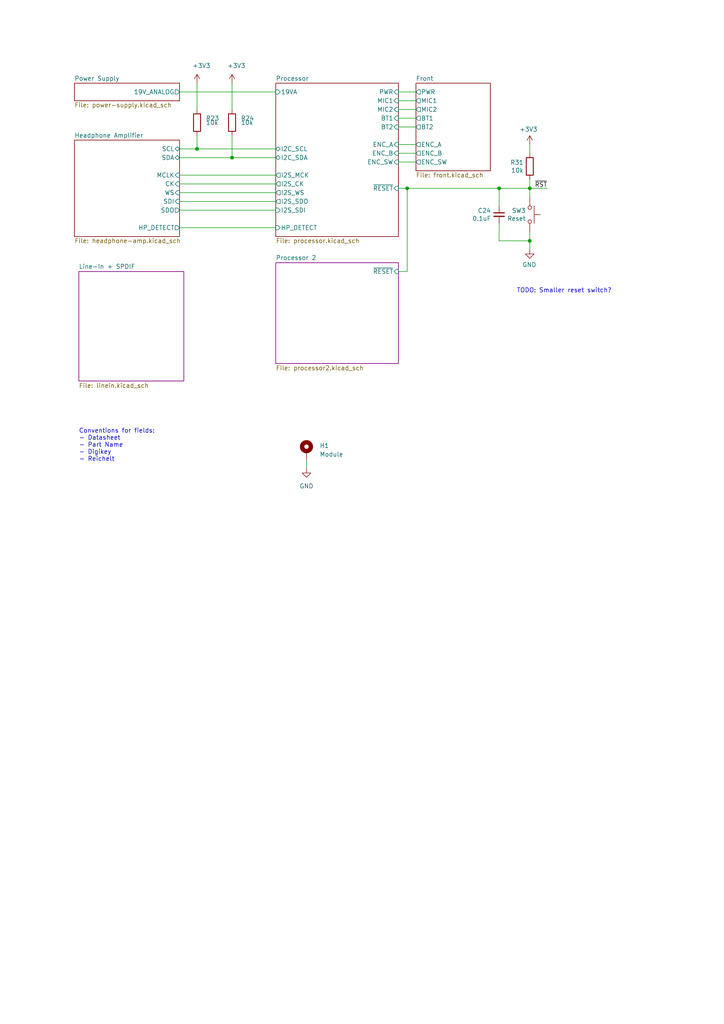
<source format=kicad_sch>
(kicad_sch (version 20210621) (generator eeschema)
  (paper "A4" portrait)
  (lib_symbols
    (symbol "Device:C_Small" (pin_numbers hide) (pin_names (offset 0.254) hide)
      (property "Reference" "C" (at 0.254 1.778 0))
      (property "Value" "C_Small" (at 0.254 -2.032 0))
      (symbol "C_Small_0_1"
        (polyline (pts (xy -1.524 -0.508) (xy 1.524 -0.508)) (stroke (width 0.3302)))
        (polyline (pts (xy -1.524 0.508) (xy 1.524 0.508)) (stroke (width 0.3048)))
      )
      (symbol "C_Small_1_1"
        (pin passive line (at 0 2.54 270) (length 2.032) (name "~") (number "1"))
        (pin passive line (at 0 -2.54 90) (length 2.032) (name "~") (number "2"))
      )
    )
    (symbol "Device:R" (pin_numbers hide) (pin_names (offset 0))
      (property "Reference" "R" (at 2.032 0 90))
      (property "Value" "R" (at 0 0 90))
      (symbol "R_0_1"
        (rectangle (start -1.016 -2.54) (end 1.016 2.54) (stroke (width 0.254)))
      )
      (symbol "R_1_1"
        (pin passive line (at 0 3.81 270) (length 1.27) (name "~") (number "1"))
        (pin passive line (at 0 -3.81 90) (length 1.27) (name "~") (number "2"))
      )
    )
    (symbol "Mechanical:MountingHole_Pad" (pin_numbers hide) (pin_names (offset 1.016) hide)
      (property "Reference" "H" (at 0 6.35 0))
      (property "Value" "MountingHole_Pad" (at 0 4.445 0))
      (symbol "MountingHole_Pad_0_1"
        (circle (center 0 1.27) (radius 1.27) (stroke (width 1.27)) (stroke (width 1.27)))
      )
      (symbol "MountingHole_Pad_1_1"
        (pin input line (at 0 -2.54 90) (length 2.54) (name "1") (number "1"))
      )
    )
    (symbol "Switch:SW_Push" (pin_numbers hide) (pin_names (offset 1.016) hide)
      (property "Reference" "SW" (at 1.27 2.54 0))
      (property "Value" "SW_Push" (at 0 -1.524 0))
      (symbol "SW_Push_0_1"
        (circle (center -2.032 0) (radius 0.508))
        (polyline (pts (xy 0 1.27) (xy 0 3.048)))
        (polyline (pts (xy 2.54 1.27) (xy -2.54 1.27)))
        (circle (center 2.032 0) (radius 0.508))
        (pin passive line (at -5.08 0 0) (length 2.54) (name "1") (number "1"))
        (pin passive line (at 5.08 0 180) (length 2.54) (name "2") (number "2"))
      )
    )
    (symbol "power:+3.3V" (power) (pin_names (offset 0))
      (property "Value" "+3.3V" (at 0 3.556 0))
      (symbol "+3.3V_0_1"
        (polyline (pts (xy -0.762 1.27) (xy 0 2.54)))
        (polyline (pts (xy 0 0) (xy 0 2.54)))
        (polyline (pts (xy 0 2.54) (xy 0.762 1.27)))
      )
      (symbol "+3.3V_1_1"
        (pin power_in line (at 0 0 90) (length 0) hide (name "+3V3") (number "1"))
      )
    )
    (symbol "power:+3V3" (power) (pin_names (offset 0))
      (property "Value" "+3V3" (at 0 3.556 0))
      (symbol "+3V3_0_1"
        (polyline (pts (xy -0.762 1.27) (xy 0 2.54)))
        (polyline (pts (xy 0 0) (xy 0 2.54)))
        (polyline (pts (xy 0 2.54) (xy 0.762 1.27)))
      )
      (symbol "+3V3_1_1"
        (pin power_in line (at 0 0 90) (length 0) hide (name "+3V3") (number "1"))
      )
    )
    (symbol "power:GND" (power) (pin_names (offset 0))
      (property "Value" "GND" (at 0 -3.81 0))
      (symbol "GND_0_1"
        (polyline (pts (xy 0 0) (xy 0 -1.27) (xy 1.27 -1.27) (xy 0 -2.54) (xy -1.27 -1.27) (xy 0 -1.27)))
      )
      (symbol "GND_1_1"
        (pin power_in line (at 0 0 270) (length 0) hide (name "GND") (number "1"))
      )
    )
  )
  (junction (at 57.15 43.18) (diameter 0.9144))
  (junction (at 67.31 45.72) (diameter 0.9144))
  (junction (at 118.11 54.61))
  (junction (at 144.78 54.61))
  (junction (at 153.67 54.61) (diameter 0.9144))
  (junction (at 153.67 69.85) (diameter 0.9144))
  (wire (pts (xy 52.07 26.67) (xy 80.01 26.67)))
  (wire (pts (xy 52.07 43.18) (xy 57.15 43.18)))
  (wire (pts (xy 52.07 45.72) (xy 67.31 45.72)))
  (wire (pts (xy 52.07 50.8) (xy 80.01 50.8)))
  (wire (pts (xy 52.07 53.34) (xy 80.01 53.34)))
  (wire (pts (xy 52.07 55.88) (xy 80.01 55.88)))
  (wire (pts (xy 52.07 58.42) (xy 80.01 58.42)))
  (wire (pts (xy 52.07 60.96) (xy 80.01 60.96)))
  (wire (pts (xy 52.07 66.04) (xy 80.01 66.04)))
  (wire (pts (xy 57.15 24.13) (xy 57.15 31.75)))
  (wire (pts (xy 57.15 43.18) (xy 57.15 39.37)))
  (wire (pts (xy 57.15 43.18) (xy 80.01 43.18)))
  (wire (pts (xy 67.31 24.13) (xy 67.31 31.75)))
  (wire (pts (xy 67.31 45.72) (xy 67.31 39.37)))
  (wire (pts (xy 67.31 45.72) (xy 80.01 45.72)))
  (wire (pts (xy 88.9 133.35) (xy 88.9 135.89)))
  (wire (pts (xy 115.57 26.67) (xy 120.65 26.67)))
  (wire (pts (xy 115.57 29.21) (xy 120.65 29.21)))
  (wire (pts (xy 115.57 31.75) (xy 120.65 31.75)))
  (wire (pts (xy 115.57 34.29) (xy 120.65 34.29)))
  (wire (pts (xy 115.57 36.83) (xy 120.65 36.83)))
  (wire (pts (xy 115.57 41.91) (xy 120.65 41.91)))
  (wire (pts (xy 115.57 44.45) (xy 120.65 44.45)))
  (wire (pts (xy 115.57 46.99) (xy 120.65 46.99)))
  (wire (pts (xy 115.57 54.61) (xy 118.11 54.61)))
  (wire (pts (xy 115.57 78.74) (xy 118.11 78.74)))
  (wire (pts (xy 118.11 54.61) (xy 144.78 54.61)))
  (wire (pts (xy 118.11 78.74) (xy 118.11 54.61)))
  (wire (pts (xy 144.78 54.61) (xy 153.67 54.61)))
  (wire (pts (xy 144.78 59.69) (xy 144.78 54.61)))
  (wire (pts (xy 144.78 69.85) (xy 144.78 64.77)))
  (wire (pts (xy 153.67 41.91) (xy 153.67 44.45)))
  (wire (pts (xy 153.67 52.07) (xy 153.67 54.61)))
  (wire (pts (xy 153.67 54.61) (xy 153.67 57.15)))
  (wire (pts (xy 153.67 67.31) (xy 153.67 69.85)))
  (wire (pts (xy 153.67 69.85) (xy 144.78 69.85)))
  (wire (pts (xy 153.67 72.39) (xy 153.67 69.85)))
  (wire (pts (xy 158.75 54.61) (xy 153.67 54.61)))
  (text "Conventions for fields:\n- Datasheet\n- Part Name\n- Digikey\n- Reichelt" (at 22.86 133.985 0) (effects (font (size 1.27 1.27)) (justify left bottom)))
  (text "TODO: Smaller reset switch?" (at 149.86 85.09 0) (effects (font (size 1.27 1.27)) (justify left bottom)))
  (label "~{RST}" (at 158.75 54.61 180))
  (symbol (lib_id "power:+3V3") (at 57.15 24.13 0) (unit 1)
    (property "Reference" "#PWR0157" (effects hide))
    (property "Value" "+3V3" (at 58.42 19.05 0))
  )
  (symbol (lib_id "power:+3V3") (at 67.31 24.13 0) (unit 1)
    (property "Reference" "#PWR0158" (effects hide))
    (property "Value" "+3V3" (at 68.58 19.05 0))
  )
  (symbol (lib_id "power:+3.3V") (at 153.67 41.91 0) (mirror y) (unit 1)
    (property "Reference" "#PWR0172" (effects hide))
    (property "Value" "+3.3V" (at 153.289 37.5158 0))
  )
  (symbol (lib_id "power:GND") (at 88.9 135.89 0) (unit 1)
    (property "Reference" "#PWR0177" (effects hide))
    (property "Value" "GND" (at 88.9 140.97 0))
  )
  (symbol (lib_id "power:GND") (at 153.67 72.39 0) (mirror y) (unit 1)
    (property "Reference" "#PWR0170" (effects hide))
    (property "Value" "GND" (at 153.543 76.7842 0))
  )
  (symbol (lib_id "Device:C_Small") (at 144.78 62.23 0) (mirror y) (unit 1)
    (property "Reference" "C24" (at 142.4558 61.0806 0) (effects (justify left)))
    (property "Value" "0.1uF" (at 142.456 63.3796 0) (effects (justify left)))
    (property "Footprint" "Capacitor_SMD:C_0603_1608Metric" (effects hide))
    (property "Mouser" "581-06033C104KAT4A" (effects hide))
    (property "Part Name" "AVX 06033C104KAT4A" (effects hide))
  )
  (symbol (lib_id "Device:R") (at 57.15 35.56 0) (unit 1)
    (property "Reference" "R23" (at 59.69 34.29 0) (effects (justify left)))
    (property "Value" "10k" (at 59.69 35.56 0) (effects (justify left)))
    (property "Footprint" "Resistor_SMD:R_0603_1608Metric" (effects hide))
    (property "Mouser" "652-CR0603FX-1002ELF" (effects hide))
    (property "Part Name" "Bourns CR0603-FX-1002ELF" (effects hide))
  )
  (symbol (lib_id "Device:R") (at 67.31 35.56 0) (unit 1)
    (property "Reference" "R24" (at 69.85 34.29 0) (effects (justify left)))
    (property "Value" "10k" (at 69.85 35.56 0) (effects (justify left)))
    (property "Footprint" "Resistor_SMD:R_0603_1608Metric" (effects hide))
    (property "Mouser" "652-CR0603FX-1002ELF" (effects hide))
    (property "Part Name" "Bourns CR0603-FX-1002ELF" (effects hide))
  )
  (symbol (lib_id "Device:R") (at 153.67 48.26 0) (mirror y) (unit 1)
    (property "Reference" "R31" (at 151.8919 47.1106 0) (effects (justify left)))
    (property "Value" "10k" (at 151.892 49.409 0) (effects (justify left)))
    (property "Footprint" "Resistor_SMD:R_0603_1608Metric" (effects hide))
    (property "Mouser" "652-CR0603FX-1002ELF" (effects hide))
    (property "Part Name" "Bourns CR0603-FX-1002ELF" (effects hide))
  )
  (symbol (lib_id "Mechanical:MountingHole_Pad") (at 88.9 130.81 0) (unit 1)
    (property "Reference" "H1" (at 92.71 129.2224 0) (effects (justify left)))
    (property "Value" "Module" (at 92.71 131.7624 0) (effects (justify left)))
    (property "Footprint" "HackAmp-Footprints:HackAmp-Module" (effects hide))
  )
  (symbol (lib_id "Switch:SW_Push") (at 153.67 62.23 270) (mirror x) (unit 1)
    (property "Reference" "SW3" (at 152.5269 61.0806 90) (effects (justify right)))
    (property "Value" "Reset" (at 152.5269 63.3793 90) (effects (justify right)))
    (property "Footprint" "Button_Switch_THT:SW_PUSH_6mm_H4.3mm" (effects hide))
    (property "Mouser" "506-FSM4JSMA" (effects hide))
    (property "Part Name" "TE Connectivity FSM4JSMA" (effects hide))
  )
  (sheet (at 120.65 24.13) (size 21.59 25.4)
    (property "Schaltplanname" "Front" (at 120.65 23.4945 0) (effects (justify left bottom)))
    (property "Dateiname Blatt" "front.kicad_sch" (at 120.65 50.0385 0) (effects (justify left top)))
    (pin "PWR" output (at 120.65 26.67 180))
    (pin "ENC_B" output (at 120.65 44.45 180))
    (pin "ENC_A" output (at 120.65 41.91 180))
    (pin "ENC_SW" output (at 120.65 46.99 180))
    (pin "MIC1" output (at 120.65 29.21 180))
    (pin "BT2" output (at 120.65 36.83 180))
    (pin "MIC2" output (at 120.65 31.75 180))
    (pin "BT1" output (at 120.65 34.29 180))
  )
  (sheet (at 21.59 40.64) (size 30.48 27.94)
    (property "Schaltplanname" "Headphone Amplifier" (at 21.59 40.0045 0) (effects (justify left bottom)))
    (property "Dateiname Blatt" "headphone-amp.kicad_sch" (at 21.59 69.0885 0) (effects (justify left top)))
    (pin "HP_DETECT" output (at 52.07 66.04 0))
    (pin "MCLK" input (at 52.07 50.8 0))
    (pin "CK" input (at 52.07 53.34 0))
    (pin "WS" input (at 52.07 55.88 0))
    (pin "SDI" input (at 52.07 58.42 0))
    (pin "SDO" output (at 52.07 60.96 0))
    (pin "SCL" bidirectional (at 52.07 43.18 0))
    (pin "SDA" bidirectional (at 52.07 45.72 0))
  )
  (sheet (at 22.86 78.74) (size 30.48 31.75) (stroke (width 0.1524) (color 132 0 132 1)) (fill (color 255 255 255 0.0000))
    (property "Schaltplanname" "Line-In + SPDIF" (at 22.86 78.0284 0) (effects (justify left bottom)))
    (property "Dateiname Blatt" "linein.kicad_sch" (at 22.86 111.0746 0) (effects (justify left top)))
  )
  (sheet (at 21.59 24.13) (size 30.48 5.08)
    (property "Schaltplanname" "Power Supply" (at 21.59 23.4945 0) (effects (justify left bottom)))
    (property "Dateiname Blatt" "power-supply.kicad_sch" (at 21.59 29.7185 0) (effects (justify left top)))
    (pin "19V_ANALOG" output (at 52.07 26.67 0))
  )
  (sheet (at 80.01 24.13) (size 35.56 44.45)
    (property "Schaltplanname" "Processor" (at 80.01 23.4945 0) (effects (justify left bottom)))
    (property "Dateiname Blatt" "processor.kicad_sch" (at 80.01 69.0885 0) (effects (justify left top)))
    (pin "I2S_MCK" output (at 80.01 50.8 180))
    (pin "I2S_CK" output (at 80.01 53.34 180))
    (pin "I2S_WS" output (at 80.01 55.88 180))
    (pin "I2S_SDI" input (at 80.01 60.96 180))
    (pin "I2S_SDO" output (at 80.01 58.42 180))
    (pin "I2C_SDA" bidirectional (at 80.01 45.72 180))
    (pin "I2C_SCL" bidirectional (at 80.01 43.18 180))
    (pin "HP_DETECT" input (at 80.01 66.04 180))
    (pin "PWR" input (at 115.57 26.67 0))
    (pin "MIC1" input (at 115.57 29.21 0))
    (pin "MIC2" input (at 115.57 31.75 0))
    (pin "BT1" input (at 115.57 34.29 0))
    (pin "BT2" input (at 115.57 36.83 0))
    (pin "ENC_A" input (at 115.57 41.91 0))
    (pin "ENC_B" input (at 115.57 44.45 0))
    (pin "ENC_SW" input (at 115.57 46.99 0))
    (pin "19VA" input (at 80.01 26.67 180))
    (pin "~{RESET}" input (at 115.57 54.61 0))
  )
  (sheet (at 80.01 76.2) (size 35.56 29.21) (stroke (width 0.1524) (color 132 0 132 1)) (fill (color 255 255 255 0.0000))
    (property "Schaltplanname" "Processor 2" (at 80.01 75.4884 0) (effects (justify left bottom)))
    (property "Dateiname Blatt" "processor2.kicad_sch" (at 80.01 105.9946 0) (effects (justify left top)))
    (pin "~{RESET}" input (at 115.57 78.74 0))
  )
)
</source>
